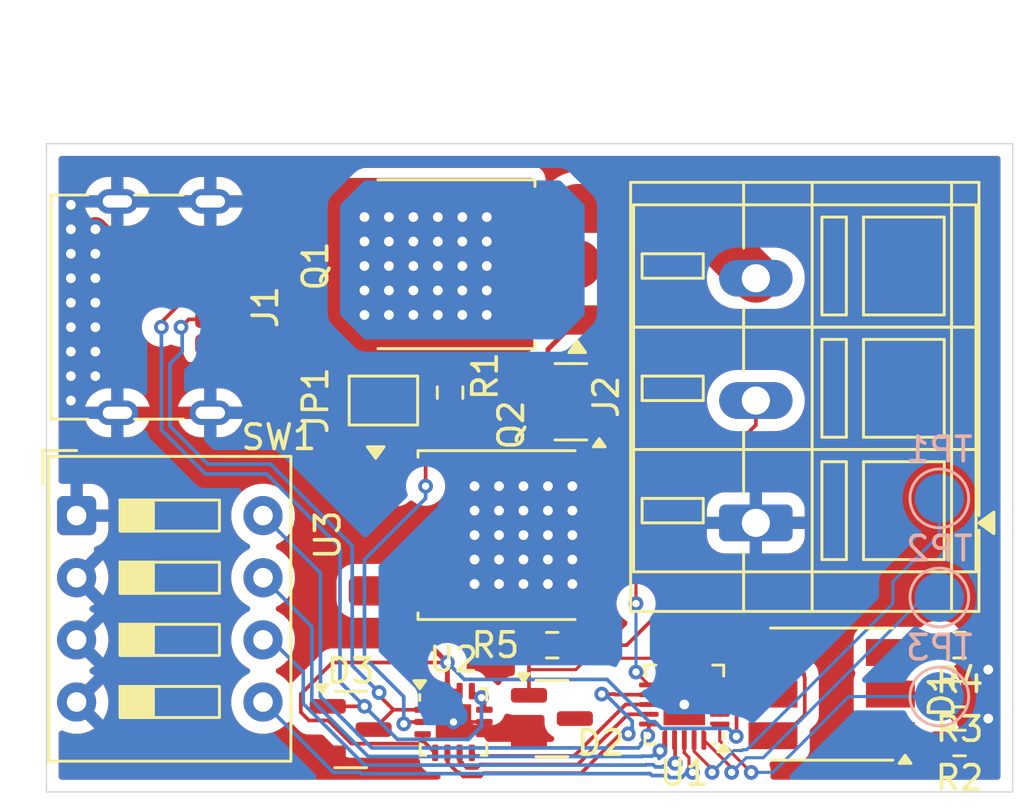
<source format=kicad_pcb>
(kicad_pcb (version 20241229) (generator "pcbnew") (generator_version "9.0")
  (layers (0 "F.Cu" signal) (2 "B.Cu" signal) (13 "F.Paste" user) (15 "B.Paste" user) (5 "F.SilkS" user "F.Silkscreen") (7 "B.SilkS" user "B.Silkscreen") (1 "F.Mask" user) (3 "B.Mask" user) (25 "Edge.Cuts" user))
  (net 0 "")
  (net 1 "/LED_G")
  (net 2 "/LED_R")
  (net 3 "Net-(D1-GK)")
  (net 4 "Net-(D1-RK)")
  (net 5 "Net-(D1-BK)")
  (net 6 "/LED_B")
  (net 7 "/ID")
  (net 8 "GND")
  (net 10 "/CC1")
  (net 11 "/CC2")
  (net 12 "VBUS")
  (net 13 "/ID_PIN")
  (net 14 "Net-(J2-Pin_3)")
  (net 15 "Net-(JP1-A)")
  (net 16 "/PWR_GATE")
  (net 17 "/PWR_EN")
  (net 18 "/S0")
  (net 19 "/S2")
  (net 20 "/S1")
  (net 21 "/S3")
  (net 22 "Net-(U1-~{RESET}{slash}PA0)")
  (net 23 "Net-(U1-PA1)")
  (net 24 "Net-(U1-PA2)")
  (net 25 "/FUSB_INT")
  (net 28 "/SDA")
  (net 29 "VCC")
  (net 31 "/SCL")
  (footprint "Package_TO_SOT_SMD:SOT-23" (layer "F.Cu") (at 108.1625 81.5)
    (property "Reference" "D2" (at 2 1 0) (layer "F.SilkS"))
    (property "Value" "5V1")
    (pad "1" smd roundrect (at -0.9375 -0.95) (size 1.475 0.6) (layers "F.Cu" "F.Mask" "F.Paste") (net 7 "/ID"))
    (pad "2" smd roundrect (at -0.9375 0.95) (size 1.475 0.6) (layers "F.Cu" "F.Mask" "F.Paste") (net 8 "GND"))
    (pad "3" smd roundrect (at 0.9375 0) (size 1.475 0.6) (layers "F.Cu" "F.Mask" "F.Paste"))
  )
  (footprint "Package_TO_SOT_SMD:SOT-23" (layer "F.Cu") (at 99.9375 81.95)
    (property "Reference" "D3" (at 0 -2.4 0) (layer "F.SilkS"))
    (property "Value" "5V1")
    (pad "1" smd roundrect (at -0.9375 -0.95) (size 1.475 0.6) (layers "F.Cu" "F.Mask" "F.Paste") (net 10 "/CC1"))
    (pad "2" smd roundrect (at -0.9375 0.95) (size 1.475 0.6) (layers "F.Cu" "F.Mask" "F.Paste") (net 8 "GND"))
    (pad "3" smd roundrect (at 0.9375 0) (size 1.475 0.6) (layers "F.Cu" "F.Mask" "F.Paste") (net 11 "/CC2"))
  )
  (footprint "Connector_USB:USB_C_Receptacle_HRO_TYPE-C-31-M-17" (layer "F.Cu") (at 91.2 64.68 -90)
    (property "Reference" "J1" (at 0 -5.25 90) (layer "F.SilkS"))
    (property "Value" "USB_C_Receptacle_PowerOnly_6P")
    (pad "A5" smd roundrect (at -0.5 -3.18 270) (size 0.7 1.6) (layers "F.Cu" "F.Mask" "F.Paste") (net 10 "/CC1"))
    (pad "A9" smd roundrect (at 1.52 -3.18 270) (size 0.8 1.6) (layers "F.Cu" "F.Mask" "F.Paste") (net 12 "VBUS"))
    (pad "A12" smd roundrect (at 2.75 -3.18 270) (size 0.9 1.6) (layers "F.Cu" "F.Mask" "F.Paste") (net 8 "GND"))
    (pad "B5" smd roundrect (at 0.5 -3.18 270) (size 0.7 1.6) (layers "F.Cu" "F.Mask" "F.Paste") (net 11 "/CC2"))
    (pad "B9" smd roundrect (at -1.52 -3.18 270) (size 0.8 1.6) (layers "F.Cu" "F.Mask" "F.Paste") (net 12 "VBUS"))
    (pad "B12" smd roundrect (at -2.75 -3.18 270) (size 0.9 1.6) (layers "F.Cu" "F.Mask" "F.Paste") (net 8 "GND"))
    (pad "S1" thru_hole oval (at -4.32 -3 270) (size 1 1.7) (drill oval 0.5 1.2) (property pad_prop_heatsink) (layers "*.Cu" "*.Mask") (net 8 "GND"))
    (pad "S1" thru_hole oval (at -4.32 0.8 270) (size 1 1.7) (drill oval 0.5 1.2) (property pad_prop_heatsink) (layers "*.Cu" "*.Mask") (net 8 "GND"))
    (pad "S1" thru_hole oval (at 4.32 -3 270) (size 1 1.7) (drill oval 0.5 1.2) (property pad_prop_heatsink) (layers "*.Cu" "*.Mask") (net 8 "GND"))
    (pad "S1" thru_hole oval (at 4.32 0.8 270) (size 1 1.7) (drill oval 0.5 1.2) (property pad_prop_heatsink) (layers "*.Cu" "*.Mask") (net 8 "GND"))
  )
  (footprint "Package_TO_SOT_SMD:TO-252-3_TabPin2" (layer "F.Cu") (at 104.16 62.9275 180)
    (property "Reference" "Q1" (at 5.66 -0.0725 90) (layer "F.SilkS"))
    (property "Value" "Q_NMOS_GDS")
    (pad "1" smd roundrect (at -5.04 -2.28 180) (size 2.2 1.2) (layers "F.Cu" "F.Mask" "F.Paste") (roundrect_rratio 0.208333) (net 16 "/PWR_GATE"))
    (pad "2" smd roundrect (at -5.04 0 180) (size 2.2 1.2) (layers "F.Cu" "F.Mask" "F.Paste") (roundrect_rratio 0.208333) (net 12 "VBUS"))
    (pad "2" smd roundrect (at 1.26 0 180) (size 6.4 5.8) (layers "F.Cu" "F.Mask") (roundrect_rratio 0.043103) (net 12 "VBUS"))
    (pad "3" smd roundrect (at -5.04 2.28 180) (size 2.2 1.2) (layers "F.Cu" "F.Mask" "F.Paste") (roundrect_rratio 0.208333) (net 14 "Net-(J2-Pin_3)"))
  )
  (footprint "Jumper:SolderJumper-2_P1.3mm_Open_TrianglePad1.0x1.5mm" (layer "F.Cu") (at 101.275 68.5 180)
    (property "Reference" "JP1" (at 2.775 0 90) (layer "F.SilkS"))
    (property "Value" "SolderJumper_2_Open")
    (pad "1" smd custom (at -0.725 0 180) (size 0.3 0.3) (layers "F.Cu" "F.Mask") (net 15 "Net-(JP1-A)") (options (clearance outline) (anchor rect)) (primitives (gr_poly (pts (xy 1 0) (xy 0.5 0.75) (xy -0.5 0.75) (xy -0.5 -0.75) (xy 0.5 -0.75)) (width 0) (fill yes))))
    (pad "2" smd custom (at 0.725 0 180) (size 0.3 0.3) (layers "F.Cu" "F.Mask") (net 12 "VBUS") (options (clearance outline) (anchor rect)) (primitives (gr_poly (pts (xy 0.5 0.75) (xy -0.65 0.75) (xy -0.15 0) (xy -0.65 -0.75) (xy 0.5 -0.75)) (width 0) (fill yes))))
  )
  (footprint "Resistor_SMD:R_0603_1608Metric" (layer "F.Cu") (at 108.175 78.5)
    (property "Reference" "R5" (at -2.325 0 0) (layer "F.SilkS"))
    (property "Value" "100")
    (pad "1" smd roundrect (at -0.825 0) (size 0.8 0.95) (layers "F.Cu" "F.Mask" "F.Paste") (net 7 "/ID"))
    (pad "2" smd roundrect (at 0.825 0) (size 0.8 0.95) (layers "F.Cu" "F.Mask" "F.Paste") (net 13 "/ID_PIN"))
  )
  (footprint "Resistor_SMD:R_0603_1608Metric" (layer "F.Cu") (at 124.825 80.5 180)
    (property "Reference" "R3" (at 0 -1.43 0) (layer "F.SilkS"))
    (property "Value" "4k7")
    (pad "1" smd roundrect (at -0.825 0 180) (size 0.8 0.95) (layers "F.Cu" "F.Mask" "F.Paste") (net 8 "GND"))
    (pad "2" smd roundrect (at 0.825 0 180) (size 0.8 0.95) (layers "F.Cu" "F.Mask" "F.Paste") (net 3 "Net-(D1-GK)"))
  )
  (footprint "Resistor_SMD:R_0603_1608Metric" (layer "F.Cu") (at 104 68.175 -90)
    (property "Reference" "R1" (at -0.675 -1.43 90) (layer "F.SilkS"))
    (property "Value" "10k")
    (pad "1" smd roundrect (at -0.825 0 270) (size 0.8 0.95) (layers "F.Cu" "F.Mask" "F.Paste") (net 12 "VBUS"))
    (pad "2" smd roundrect (at 0.825 0 270) (size 0.8 0.95) (layers "F.Cu" "F.Mask" "F.Paste") (net 16 "/PWR_GATE"))
  )
  (footprint "Resistor_SMD:R_0603_1608Metric" (layer "F.Cu") (at 124.825 78.5 180)
    (property "Reference" "R4" (at 0 -1.43 0) (layer "F.SilkS"))
    (property "Value" "4k7")
    (pad "1" smd roundrect (at -0.825 0 180) (size 0.8 0.95) (layers "F.Cu" "F.Mask" "F.Paste") (net 8 "GND"))
    (pad "2" smd roundrect (at 0.825 0 180) (size 0.8 0.95) (layers "F.Cu" "F.Mask" "F.Paste") (net 5 "Net-(D1-BK)"))
  )
  (footprint "Package_TO_SOT_SMD:SOT-23" (layer "F.Cu") (at 108.9375 68.55 180)
    (property "Reference" "Q2" (at 2.4375 -0.95 90) (layer "F.SilkS"))
    (property "Value" "Q_NPN_BEC")
    (pad "1" smd roundrect (at -0.9375 -0.95 180) (size 1.475 0.6) (layers "F.Cu" "F.Mask" "F.Paste") (net 17 "/PWR_EN"))
    (pad "2" smd roundrect (at -0.9375 0.95 180) (size 1.475 0.6) (layers "F.Cu" "F.Mask" "F.Paste") (net 8 "GND"))
    (pad "3" smd roundrect (at 0.9375 0 180) (size 1.475 0.6) (layers "F.Cu" "F.Mask" "F.Paste") (net 16 "/PWR_GATE"))
  )
  (footprint "Resistor_SMD:R_0603_1608Metric" (layer "F.Cu") (at 124.825 82.5 180)
    (property "Reference" "R2" (at 0 -1.43 0) (layer "F.SilkS"))
    (property "Value" "4k7")
    (pad "1" smd roundrect (at -0.825 0 180) (size 0.8 0.95) (layers "F.Cu" "F.Mask" "F.Paste") (net 8 "GND"))
    (pad "2" smd roundrect (at 0.825 0 180) (size 0.8 0.95) (layers "F.Cu" "F.Mask" "F.Paste") (net 4 "Net-(D1-RK)"))
  )
  (footprint "Package_DFN_QFN:WQFN-14-1EP_2.5x2.5mm_P0.5mm_EP1.45x1.45mm" (layer "F.Cu") (at 104.14 81.64)
    (property "Reference" "U2" (at 0 -2.55 0) (layer "F.SilkS"))
    (property "Value" "FUSB302BMPX")
    (pad "1" smd roundrect (at -1.2625 -0.5) (size 0.675 0.25) (layers "F.Cu" "F.Mask" "F.Paste") (net 11 "/CC2"))
    (pad "2" smd roundrect (at -1.2625 0) (size 0.675 0.25) (layers "F.Cu" "F.Mask" "F.Paste") (net 15 "Net-(JP1-A)"))
    (pad "3" smd roundrect (at -1.2625 0.5) (size 0.675 0.25) (layers "F.Cu" "F.Mask" "F.Paste") (net 29 "VCC"))
    (pad "4" smd roundrect (at -0.75 1.2625) (size 0.25 0.675) (layers "F.Cu" "F.Mask" "F.Paste") (net 29 "VCC"))
    (pad "5" smd roundrect (at -0.25 1.2625) (size 0.25 0.675) (layers "F.Cu" "F.Mask" "F.Paste") (net 25 "/FUSB_INT"))
    (pad "6" smd roundrect (at 0.25 1.2625) (size 0.25 0.675) (layers "F.Cu" "F.Mask" "F.Paste") (net 31 "/SCL"))
    (pad "7" smd roundrect (at 0.75 1.2625) (size 0.25 0.675) (layers "F.Cu" "F.Mask" "F.Paste") (net 28 "/SDA"))
    (pad "8" smd roundrect (at 1.2625 0.5) (size 0.675 0.25) (layers "F.Cu" "F.Mask" "F.Paste") (net 8 "GND"))
    (pad "9" smd roundrect (at 1.2625 0) (size 0.675 0.25) (layers "F.Cu" "F.Mask" "F.Paste") (net 8 "GND"))
    (pad "10" smd roundrect (at 1.2625 -0.5) (size 0.675 0.25) (layers "F.Cu" "F.Mask" "F.Paste") (net 10 "/CC1"))
    (pad "11" smd roundrect (at 0.75 -1.2625) (size 0.25 0.675) (layers "F.Cu" "F.Mask" "F.Paste") (net 10 "/CC1"))
    (pad "12" smd roundrect (at 0.25 -1.2625) (size 0.25 0.675) (layers "F.Cu" "F.Mask" "F.Paste") (net 29 "VCC"))
    (pad "13" smd roundrect (at -0.25 -1.2625) (size 0.25 0.675) (layers "F.Cu" "F.Mask" "F.Paste") (net 29 "VCC"))
    (pad "14" smd roundrect (at -0.75 -1.2625) (size 0.25 0.675) (layers "F.Cu" "F.Mask" "F.Paste") (net 11 "/CC2"))
    (pad "15" smd rect (at 0 0) (size 1.45 1.45) (property pad_prop_heatsink) (layers "F.Cu" "F.Mask") (net 8 "GND"))
  )
  (footprint "Button_Switch_THT:SW_DIP_SPSTx04_Slide_9.78x12.34mm_W7.62mm_P2.54mm" (layer "F.Cu") (at 88.7325 73.2025)
    (property "Reference" "SW1" (at 8.2675 -3.2025 0) (layer "F.SilkS"))
    (property "Value" "SW_DIP_x04")
    (pad "1" thru_hole roundrect (at 0 0) (size 1.6 1.6) (drill 0.8) (layers "*.Cu" "*.Mask") (roundrect_rratio 0.15625) (net 8 "GND"))
    (pad "2" thru_hole circle (at 0 2.54) (size 1.6 1.6) (drill 0.8) (layers "*.Cu" "*.Mask") (net 8 "GND"))
    (pad "3" thru_hole circle (at 0 5.08) (size 1.6 1.6) (drill 0.8) (layers "*.Cu" "*.Mask") (net 8 "GND"))
    (pad "4" thru_hole circle (at 0 7.62) (size 1.6 1.6) (drill 0.8) (layers "*.Cu" "*.Mask") (net 8 "GND"))
    (pad "5" thru_hole circle (at 7.62 7.62) (size 1.6 1.6) (drill 0.8) (layers "*.Cu" "*.Mask") (net 21 "/S3"))
    (pad "6" thru_hole circle (at 7.62 5.08) (size 1.6 1.6) (drill 0.8) (layers "*.Cu" "*.Mask") (net 19 "/S2"))
    (pad "7" thru_hole circle (at 7.62 2.54) (size 1.6 1.6) (drill 0.8) (layers "*.Cu" "*.Mask") (net 20 "/S1"))
    (pad "8" thru_hole circle (at 7.62 0) (size 1.6 1.6) (drill 0.8) (layers "*.Cu" "*.Mask") (net 18 "/S0"))
  )
  (footprint "TerminalBlock_WAGO:TerminalBlock_WAGO_236-103_1x03_P5.00mm_45Degree" (layer "F.Cu") (at 116.5 73.5 90)
    (property "Reference" "J2" (at 5.15 -6.12 90) (layer "F.SilkS"))
    (property "Value" "DELL_Charger")
    (pad "1" thru_hole roundrect (at 0 0 90) (size 1.5 3) (drill 1.15) (layers "*.Cu" "*.Mask") (roundrect_rratio 0.166667) (net 8 "GND"))
    (pad "2" thru_hole oval (at 5 0 90) (size 1.5 3) (drill 1.15) (layers "*.Cu" "*.Mask") (net 13 "/ID_PIN"))
    (pad "3" thru_hole oval (at 10 0 90) (size 1.5 3) (drill 1.15) (layers "*.Cu" "*.Mask") (net 14 "Net-(J2-Pin_3)"))
  )
  (footprint "Package_TO_SOT_SMD:TO-252-3_TabPin2" (layer "F.Cu") (at 106 74)
    (property "Reference" "U3" (at -7 0 90) (layer "F.SilkS"))
    (property "Value" "L7805")
    (pad "1" smd roundrect (at -5.04 -2.28) (size 2.2 1.2) (layers "F.Cu" "F.Mask" "F.Paste") (roundrect_rratio 0.208333) (net 12 "VBUS"))
    (pad "2" smd roundrect (at -5.04 0) (size 2.2 1.2) (layers "F.Cu" "F.Mask" "F.Paste") (roundrect_rratio 0.208333) (net 8 "GND"))
    (pad "2" smd roundrect (at 1.26 0) (size 6.4 5.8) (layers "F.Cu" "F.Mask") (roundrect_rratio 0.043103) (net 8 "GND"))
    (pad "3" smd roundrect (at -5.04 2.28) (size 2.2 1.2) (layers "F.Cu" "F.Mask" "F.Paste") (roundrect_rratio 0.208333) (net 29 "VCC"))
  )
  (footprint "LED_SMD:LED_RGB_5050-6" (layer "F.Cu") (at 119.6 80.5 180)
    (property "Reference" "D1" (at -4.5 0 90) (layer "F.SilkS"))
    (property "Value" "LED_RGB")
    (pad "1" smd rect (at -2.4 -1.7 270) (size 1.1 2) (layers "F.Cu" "F.Mask" "F.Paste") (net 4 "Net-(D1-RK)"))
    (pad "2" smd rect (at -2.4 0 270) (size 1.1 2) (layers "F.Cu" "F.Mask" "F.Paste") (net 3 "Net-(D1-GK)"))
    (pad "3" smd rect (at -2.4 1.7 270) (size 1.1 2) (layers "F.Cu" "F.Mask" "F.Paste") (net 5 "Net-(D1-BK)"))
    (pad "4" smd rect (at 2.4 1.7 270) (size 1.1 2) (layers "F.Cu" "F.Mask" "F.Paste") (net 6 "/LED_B"))
    (pad "5" smd rect (at 2.4 0 270) (size 1.1 2) (layers "F.Cu" "F.Mask" "F.Paste") (net 1 "/LED_G"))
    (pad "6" smd rect (at 2.4 -1.7 270) (size 1.1 2) (layers "F.Cu" "F.Mask" "F.Paste") (net 2 "/LED_R"))
  )
  (footprint "Package_DFN_QFN:VQFN-20-1EP_3x3mm_P0.4mm_EP1.7x1.7mm" (layer "F.Cu") (at 113.575 80.925 180)
    (property "Reference" "U1" (at 0 -2.8 0) (layer "F.SilkS"))
    (property "Value" "ATtiny1616-M")
    (pad "1" smd custom (at -1.45 -0.8 180) (size 0.143431 0.143431) (layers "F.Cu" "F.Mask" "F.Paste") (net 24 "Net-(U1-PA2)") (options (clearance outline) (anchor circle)) (primitives (gr_poly (pts (xy -0.35 -0.05) (xy 0.299289 -0.05) (xy 0.35 0.000711) (xy 0.35 0.05) (xy -0.35 0.05)) (width 0.1) (fill yes))))
    (pad "2" smd roundrect (at -1.45 -0.4 180) (size 0.8 0.2) (layers "F.Cu" "F.Mask" "F.Paste"))
    (pad "3" smd roundrect (at -1.45 0 180) (size 0.8 0.2) (layers "F.Cu" "F.Mask" "F.Paste") (net 8 "GND"))
    (pad "4" smd roundrect (at -1.45 0.4 180) (size 0.8 0.2) (layers "F.Cu" "F.Mask" "F.Paste") (net 29 "VCC"))
    (pad "5" smd custom (at -1.45 0.8 180) (size 0.143431 0.143431) (layers "F.Cu" "F.Mask" "F.Paste") (options (clearance outline) (anchor circle)) (primitives (gr_poly (pts (xy -0.35 -0.05) (xy 0.35 -0.05) (xy 0.35 -0.000711) (xy 0.299289 0.05) (xy -0.35 0.05)) (width 0.1) (fill yes))))
    (pad "6" smd custom (at -0.8 1.45 180) (size 0.143431 0.143431) (layers "F.Cu" "F.Mask" "F.Paste") (net 1 "/LED_G") (options (clearance outline) (anchor circle)) (primitives (gr_poly (pts (xy -0.05 -0.299289) (xy 0.000711 -0.35) (xy 0.05 -0.35) (xy 0.05 0.35) (xy -0.05 0.35)) (width 0.1) (fill yes))))
    (pad "7" smd roundrect (at -0.4 1.45 180) (size 0.2 0.8) (layers "F.Cu" "F.Mask" "F.Paste") (net 2 "/LED_R"))
    (pad "8" smd roundrect (at 0 1.45 180) (size 0.2 0.8) (layers "F.Cu" "F.Mask" "F.Paste") (net 6 "/LED_B"))
    (pad "9" smd roundrect (at 0.4 1.45 180) (size 0.2 0.8) (layers "F.Cu" "F.Mask" "F.Paste"))
    (pad "10" smd custom (at 0.8 1.45 180) (size 0.143431 0.143431) (layers "F.Cu" "F.Mask" "F.Paste") (net 7 "/ID") (options (clearance outline) (anchor circle)) (primitives (gr_poly (pts (xy -0.05 -0.35) (xy -0.000711 -0.35) (xy 0.05 -0.299289) (xy 0.05 0.35) (xy -0.05 0.35)) (width 0.1) (fill yes))))
    (pad "11" smd custom (at 1.45 0.8 180) (size 0.143431 0.143431) (layers "F.Cu" "F.Mask" "F.Paste") (net 17 "/PWR_EN") (options (clearance outline) (anchor circle)) (primitives (gr_poly (pts (xy -0.35 -0.05) (xy 0.35 -0.05) (xy 0.35 0.05) (xy -0.299289 0.05) (xy -0.35 -0.000711)) (width 0.1) (fill yes))))
    (pad "12" smd roundrect (at 1.45 0.4 180) (size 0.8 0.2) (layers "F.Cu" "F.Mask" "F.Paste") (net 25 "/FUSB_INT"))
    (pad "13" smd roundrect (at 1.45 0 180) (size 0.8 0.2) (layers "F.Cu" "F.Mask" "F.Paste") (net 28 "/SDA"))
    (pad "14" smd roundrect (at 1.45 -0.4 180) (size 0.8 0.2) (layers "F.Cu" "F.Mask" "F.Paste") (net 31 "/SCL"))
    (pad "15" smd custom (at 1.45 -0.8 180) (size 0.143431 0.143431) (layers "F.Cu" "F.Mask" "F.Paste") (net 18 "/S0") (options (clearance outline) (anchor circle)) (primitives (gr_poly (pts (xy -0.35 0.000711) (xy -0.299289 -0.05) (xy 0.35 -0.05) (xy 0.35 0.05) (xy -0.35 0.05)) (width 0.1) (fill yes))))
    (pad "16" smd custom (at 0.8 -1.45 180) (size 0.143431 0.143431) (layers "F.Cu" "F.Mask" "F.Paste") (net 20 "/S1") (options (clearance outline) (anchor circle)) (primitives (gr_poly (pts (xy -0.05 -0.35) (xy 0.05 -0.35) (xy 0.05 0.299289) (xy -0.000711 0.35) (xy -0.05 0.35)) (width 0.1) (fill yes))))
    (pad "17" smd roundrect (at 0.4 -1.45 180) (size 0.2 0.8) (layers "F.Cu" "F.Mask" "F.Paste") (net 19 "/S2"))
    (pad "18" smd roundrect (at 0 -1.45 180) (size 0.2 0.8) (layers "F.Cu" "F.Mask" "F.Paste") (net 21 "/S3"))
    (pad "19" smd roundrect (at -0.4 -1.45 180) (size 0.2 0.8) (layers "F.Cu" "F.Mask" "F.Paste") (net 22 "Net-(U1-~{RESET}{slash}PA0)"))
    (pad "20" smd custom (at -0.8 -1.45 180) (size 0.143431 0.143431) (layers "F.Cu" "F.Mask" "F.Paste") (net 23 "Net-(U1-PA1)") (options (clearance outline) (anchor circle)) (primitives (gr_poly (pts (xy -0.05 -0.35) (xy 0.05 -0.35) (xy 0.05 0.35) (xy 0.000711 0.35) (xy -0.05 0.299289)) (width 0.1) (fill yes))))
    (pad "21" smd rect (at 0 0 180) (size 1.7 1.7) (property pad_prop_heatsink) (layers "F.Cu" "F.Mask") (net 8 "GND"))
  )
  (footprint "TestPoint:TestPoint_Pad_D2.0mm" (layer "B.Cu") (at 124 72.5 180)
    (property "Reference" "TP1" (at 0 1.998 0) (layer "B.SilkS") (effects (justify mirror)))
    (property "Value" "PROG")
    (pad "1" smd circle (at 0 0 180) (size 2 2) (layers "B.Cu" "B.Mask") (net 22 "Net-(U1-~{RESET}{slash}PA0)"))
  )
  (footprint "TestPoint:TestPoint_Pad_D2.0mm" (layer "B.Cu") (at 124 80.6 180)
    (property "Reference" "TP3" (at 0 1.998 0) (layer "B.SilkS") (effects (justify mirror)))
    (property "Value" "RX")
    (pad "1" smd circle (at 0 0 180) (size 2 2) (layers "B.Cu" "B.Mask") (net 24 "Net-(U1-PA2)"))
  )
  (footprint "TestPoint:TestPoint_Pad_D2.0mm" (layer "B.Cu") (at 124 76.55 180)
    (property "Reference" "TP2" (at 0 1.998 0) (layer "B.SilkS") (effects (justify mirror)))
    (property "Value" "TX")
    (pad "1" smd circle (at 0 0 180) (size 2 2) (layers "B.Cu" "B.Mask") (net 23 "Net-(U1-PA1)"))
  )
  (gr_rect (start 87.5 58) (end 127 84.5) (stroke (width 0.05)) (fill no) (layer "Edge.Cuts"))
  (segment (start 117.2 80.5) (end 116.274638 80.5) (width 0.15) (layer "F.Cu") (net 1))
  (segment (start 115.249638 79.475) (end 114.375 79.475) (width 0.15) (layer "F.Cu") (net 1))
  (segment (start 116.274638 80.5) (end 115.249638 79.475) (width 0.15) (layer "F.Cu") (net 1))
  (segment (start 114.186362 78.789) (end 115 78.789) (width 0.15) (layer "F.Cu") (net 2))
  (segment (start 115.395027 79.124) (end 115.673026 79.402) (width 0.15) (layer "F.Cu") (net 2))
  (segment (start 118.5 81.35) (end 117.65 82.2) (width 0.15) (layer "F.Cu") (net 2))
  (segment (start 115.972 79.674) (end 118.476 79.674) (width 0.15) (layer "F.Cu") (net 2))
  (segment (start 115.673026 79.402) (end 115.7 79.402) (width 0.15) (layer "F.Cu") (net 2))
  (segment (start 115.7 79.402) (end 115.972 79.674) (width 0.15) (layer "F.Cu") (net 2))
  (segment (start 115 78.789) (end 115.335 79.124) (width 0.15) (layer "F.Cu") (net 2))
  (segment (start 118.476 79.776) (end 118.5 79.8) (width 0.15) (layer "F.Cu") (net 2))
  (segment (start 117.65 82.2) (end 117.2 82.2) (width 0.15) (layer "F.Cu") (net 2))
  (segment (start 115.335 79.124) (end 115.395027 79.124) (width 0.15) (layer "F.Cu") (net 2))
  (segment (start 118.476 79.674) (end 118.476 79.776) (width 0.15) (layer "F.Cu") (net 2))
  (segment (start 118.5 79.8) (end 118.5 81.35) (width 0.15) (layer "F.Cu") (net 2))
  (segment (start 113.975 79.475) (end 113.975 79.000362) (width 0.15) (layer "F.Cu") (net 2))
  (segment (start 113.975 79.000362) (end 114.186362 78.789) (width 0.15) (layer "F.Cu") (net 2))
  (segment (start 121.9 80.5) (end 124 80.5) (width 0.2) (layer "F.Cu") (net 3))
  (segment (start 121.9 82.2) (end 123.7 82.2) (width 0.2) (layer "F.Cu") (net 4))
  (segment (start 123.7 82.2) (end 124 82.5) (width 0.2) (layer "F.Cu") (net 4))
  (segment (start 121.9 78.8) (end 123.7 78.8) (width 0.2) (layer "F.Cu") (net 5))
  (segment (start 123.7 78.8) (end 124 78.5) (width 0.2) (layer "F.Cu") (net 5))
  (segment (start 116.3 78) (end 117.1 78.8) (width 0.15) (layer "F.Cu") (net 6))
  (segment (start 114 78) (end 116.3 78) (width 0.15) (layer "F.Cu") (net 6))
  (segment (start 113.575 79.475) (end 113.575 78.425) (width 0.15) (layer "F.Cu") (net 6))
  (segment (start 113.575 78.425) (end 114 78) (width 0.15) (layer "F.Cu") (net 6))
  (segment (start 112.775 79.475) (end 112.3355 79.0355) (width 0.127) (layer "F.Cu") (net 7))
  (segment (start 107.225 79.5) (end 107.225 78.625) (width 0.15) (layer "F.Cu") (net 7))
  (segment (start 109.137444 79.5) (end 107.225 79.5) (width 0.127) (layer "F.Cu") (net 7))
  (segment (start 107.225 78.625) (end 107.35 78.5) (width 0.15) (layer "F.Cu") (net 7))
  (segment (start 107.225 80.55) (end 107.225 79.5) (width 0.15) (layer "F.Cu") (net 7))
  (segment (start 112.3355 79.0355) (end 109.601944 79.0355) (width 0.127) (layer "F.Cu") (net 7))
  (segment (start 109.601944 79.0355) (end 109.137444 79.5) (width 0.127) (layer "F.Cu") (net 7))
  (segment (start 105.3625 82.1) (end 105.4025 82.14) (width 0.15) (layer "F.Cu") (net 8))
  (segment (start 115.025 80.925) (end 113.575 80.925) (width 0.15) (layer "F.Cu") (net 8))
  (segment (start 104.6 82.1) (end 105.3625 82.1) (width 0.15) (layer "F.Cu") (net 8))
  (segment (start 89.93 61.93) (end 89.5 61.5) (width 1) (layer "F.Cu") (net 8))
  (segment (start 104.14 81.64) (end 104.6 82.1) (width 0.15) (layer "F.Cu") (net 8))
  (segment (start 89.57 67.43) (end 89.5 67.5) (width 1) (layer "F.Cu") (net 8))
  (segment (start 104.14 81.64) (end 105.4025 81.64) (width 0.15) (layer "F.Cu") (net 8))
  (segment (start 94.38 61.93) (end 89.93 61.93) (width 1) (layer "F.Cu") (net 8))
  (segment (start 94.38 67.43) (end 89.57 67.43) (width 1) (layer "F.Cu") (net 8))
  (via (at 126 81.5) (size 0.8) (drill 0.4) (layers "F.Cu" "B.Cu") (net 8))
  (via (at 88.5 67.5) (size 0.8) (drill 0.4) (layers "F.Cu" "B.Cu") (net 8))
  (via (at 88.5 68.5) (size 0.8) (drill 0.4) (layers "F.Cu" "B.Cu") (net 8))
  (via (at 104.14 81.64) (size 0.6) (drill 0.3) (layers "F.Cu" "B.Cu") (net 8))
  (via (at 89.5 66.5) (size 0.8) (drill 0.4) (layers "F.Cu" "B.Cu") (net 8))
  (via (at 89.5 65.5) (size 0.8) (drill 0.4) (layers "F.Cu" "B.Cu") (net 8))
  (via (at 106 75) (size 0.8) (drill 0.4) (layers "F.Cu" "B.Cu") (net 8))
  (via (at 106 72) (size 0.8) (drill 0.4) (layers "F.Cu" "B.Cu") (net 8))
  (via (at 106 76) (size 0.8) (drill 0.4) (layers "F.Cu" "B.Cu") (net 8))
  (via (at 109 76) (size 0.8) (drill 0.4) (layers "F.Cu" "B.Cu") (net 8))
  (via (at 106 73) (size 0.8) (drill 0.4) (layers "F.Cu" "B.Cu") (net 8))
  (via (at 108 76) (size 0.8) (drill 0.4) (layers "F.Cu" "B.Cu") (net 8))
  (via (at 108 74) (size 0.8) (drill 0.4) (layers "F.Cu" "B.Cu") (net 8))
  (via (at 108 73) (size 0.8) (drill 0.4) (layers "F.Cu" "B.Cu") (net 8))
  (via (at 105 76) (size 0.8) (drill 0.4) (layers "F.Cu" "B.Cu") (net 8))
  (via (at 89.5 64.5) (size 0.8) (drill 0.4) (layers "F.Cu" "B.Cu") (net 8))
  (via (at 89.5 62.5) (size 0.8) (drill 0.4) (layers "F.Cu" "B.Cu") (net 8))
  (via (at 105 73) (size 0.8) (drill 0.4) (layers "F.Cu" "B.Cu") (net 8))
  (via (at 107 76) (size 0.8) (drill 0.4) (layers "F.Cu" "B.Cu") (net 8))
  (via (at 88.5 66.5) (size 0.8) (drill 0.4) (layers "F.Cu" "B.Cu") (net 8))
  (via (at 108 75) (size 0.8) (drill 0.4) (layers "F.Cu" "B.Cu") (net 8))
  (via (at 109 74) (size 0.8) (drill 0.4) (layers "F.Cu" "B.Cu") (net 8))
  (via (at 106 74) (size 0.8) (drill 0.4) (layers "F.Cu" "B.Cu") (net 8))
  (via (at 107 72) (size 0.8) (drill 0.4) (layers "F.Cu" "B.Cu") (net 8))
  (via (at 88.5 63.5) (size 0.8) (drill 0.4) (layers "F.Cu" "B.Cu") (net 8))
  (via (at 89.5 67.5) (size 0.8) (drill 0.4) (layers "F.Cu" "B.Cu") (net 8))
  (via (at 88.5 64.5) (size 0.8) (drill 0.4) (layers "F.Cu" "B.Cu") (net 8))
  (via (at 107 73) (size 0.8) (drill 0.4) (layers "F.Cu" "B.Cu") (net 8))
  (via (at 88.5 65.5) (size 0.8) (drill 0.4) (layers "F.Cu" "B.Cu") (net 8))
  (via (at 89.5 61.5) (size 0.8) (drill 0.4) (layers "F.Cu" "B.Cu") (net 8))
  (via (at 107 74) (size 0.8) (drill 0.4) (layers "F.Cu" "B.Cu") (net 8))
  (via (at 88.5 60.5) (size 0.8) (drill 0.4) (layers "F.Cu" "B.Cu") (net 8))
  (via (at 107 75) (size 0.8) (drill 0.4) (layers "F.Cu" "B.Cu") (net 8))
  (via (at 88.5 62.5) (size 0.8) (drill 0.4) (layers "F.Cu" "B.Cu") (net 8))
  (via (at 126 79.5) (size 0.8) (drill 0.4) (layers "F.Cu" "B.Cu") (net 8))
  (via (at 89.5 63.5) (size 0.8) (drill 0.4) (layers "F.Cu" "B.Cu") (net 8))
  (via (at 108 72) (size 0.8) (drill 0.4) (layers "F.Cu" "B.Cu") (net 8))
  (via (at 109 75) (size 0.8) (drill 0.4) (layers "F.Cu" "B.Cu") (net 8))
  (via (at 105 74) (size 0.8) (drill 0.4) (layers "F.Cu" "B.Cu") (net 8))
  (via (at 105 72) (size 0.8) (drill 0.4) (layers "F.Cu" "B.Cu") (net 8))
  (via (at 109 73) (size 0.8) (drill 0.4) (layers "F.Cu" "B.Cu") (net 8))
  (via (at 88.5 61.5) (size 0.8) (drill 0.4) (layers "F.Cu" "B.Cu") (net 8))
  (via (at 109 72) (size 0.8) (drill 0.4) (layers "F.Cu" "B.Cu") (net 8))
  (via (at 113.575 80.925) (size 0.8) (drill 0.4) (layers "F.Cu" "B.Cu") (net 8))
  (via (at 105 75) (size 0.8) (drill 0.4) (layers "F.Cu" "B.Cu") (net 8))
  (segment (start 92.199997 65.300003) (end 92.199997 65.5) (width 0.15) (layer "F.Cu") (net 10))
  (segment (start 105.4025 81.14) (end 105.4025 80.89) (width 0.15) (layer "F.Cu") (net 10))
  (segment (start 99 81) (end 100.5 81) (width 0.15) (layer "F.Cu") (net 10))
  (segment (start 94.38 64.18) (end 93.32 64.18) (width 0.15) (layer "F.Cu") (net 10))
  (segment (start 105.4025 80.89) (end 104.89 80.3775) (width 0.15) (layer "F.Cu") (net 10))
  (segment (start 93.32 64.18) (end 92.199997 65.300003) (width 0.15) (layer "F.Cu") (net 10))
  (via (at 105.284539 80.642991) (size 0.6) (drill 0.3) (layers "F.Cu" "B.Cu") (net 10))
  (via (at 92.199997 65.5) (size 0.6) (drill 0.3) (layers "F.Cu" "B.Cu") (net 10))
  (via (at 100.5 81) (size 0.6) (drill 0.3) (layers "F.Cu" "B.Cu") (net 10))
  (segment (start 104.751 82.349) (end 105.284539 81.815461) (width 0.15) (layer "B.Cu") (net 10))
  (segment (start 96.5 71.5) (end 99.5 74.5) (width 0.15) (layer "B.Cu") (net 10))
  (segment (start 92.199997 69.699997) (end 94 71.5) (width 0.15) (layer "B.Cu") (net 10))
  (segment (start 101.849 82.349) (end 104.751 82.349) (width 0.15) (layer "B.Cu") (net 10))
  (segment (start 99.5 80) (end 100.5 81) (width 0.15) (layer "B.Cu") (net 10))
  (segment (start 100.5 81) (end 101.849 82.349) (width 0.15) (layer "B.Cu") (net 10))
  (segment (start 105.284539 81.815461) (end 105.284539 80.642991) (width 0.15) (layer "B.Cu") (net 10))
  (segment (start 94 71.5) (end 96.5 71.5) (width 0.15) (layer "B.Cu") (net 10))
  (segment (start 92.199997 65.5) (end 92.199997 69.699997) (width 0.15) (layer "B.Cu") (net 10))
  (segment (start 99.5 74.5) (end 99.5 80) (width 0.15) (layer "B.Cu") (net 10))
  (segment (start 94.38 65.18) (end 93.32 65.18) (width 0.15) (layer "F.Cu") (net 11))
  (segment (start 102.8775 81.14) (end 102.8775 80.89) (width 0.15) (layer "F.Cu") (net 11))
  (segment (start 100.875 81.95) (end 101.685 81.14) (width 0.15) (layer "F.Cu") (net 11))
  (segment (start 102.8775 80.89) (end 103.39 80.3775) (width 0.15) (layer "F.Cu") (net 11))
  (segment (start 101.1 80.555) (end 101.685 81.14) (width 0.15) (layer "F.Cu") (net 11))
  (segment (start 93.32 65.18) (end 93 65.5) (width 0.15) (layer "F.Cu") (net 11))
  (segment (start 101.685 81.14) (end 102.8775 81.14) (width 0.15) (layer "F.Cu") (net 11))
  (segment (start 101.1 80.434313) (end 101.1 80.555) (width 0.15) (layer "F.Cu") (net 11))
  (via (at 101.1 80.434313) (size 0.6) (drill 0.3) (layers "F.Cu" "B.Cu") (net 11))
  (via (at 93 65.5) (size 0.6) (drill 0.3) (layers "F.Cu" "B.Cu") (net 11))
  (segment (start 93.049 65.549) (end 93.049 66.5) (width 0.15) (layer "B.Cu") (net 11))
  (segment (start 92.550997 66.998003) (end 92.550997 69.550997) (width 0.15) (layer "B.Cu") (net 11))
  (segment (start 92.550997 69.550997) (end 94.099 71.099) (width 0.15) (layer "B.Cu") (net 11))
  (segment (start 93.049 66.5) (end 92.550997 66.998003) (width 0.15) (layer "B.Cu") (net 11))
  (segment (start 100 79.334313) (end 101.1 80.434313) (width 0.15) (layer "B.Cu") (net 11))
  (segment (start 94.099 71.099) (end 96.6661 71.099) (width 0.15) (layer "B.Cu") (net 11))
  (segment (start 100 74.4329) (end 100 79.334313) (width 0.15) (layer "B.Cu") (net 11))
  (segment (start 93 65.5) (end 93.049 65.549) (width 0.15) (layer "B.Cu") (net 11))
  (segment (start 96.6661 71.099) (end 100 74.4329) (width 0.15) (layer "B.Cu") (net 11))
  (segment (start 100.96 71.72) (end 99.6 70.36) (width 1) (layer "F.Cu") (net 12))
  (segment (start 99.6 66.2275) (end 102.9 62.9275) (width 1) (layer "F.Cu") (net 12))
  (segment (start 109.2 62.9275) (end 102.9 62.9275) (width 2) (layer "F.Cu") (net 12))
  (segment (start 99.6 70.36) (end 99.6 66.2275) (width 1) (layer "F.Cu") (net 12))
  (via (at 101.5 65) (size 0.8) (drill 0.4) (layers "F.Cu" "B.Cu") (net 12))
  (via (at 103.5 61) (size 0.8) (drill 0.4) (layers "F.Cu" "B.Cu") (net 12))
  (via (at 105.5 63) (size 0.8) (drill 0.4) (layers "F.Cu" "B.Cu") (net 12))
  (via (at 105.5 65) (size 0.8) (drill 0.4) (layers "F.Cu" "B.Cu") (net 12))
  (via (at 104.5 63) (size 0.8) (drill 0.4) (layers "F.Cu" "B.Cu") (net 12))
  (via (at 101.5 64) (size 0.8) (drill 0.4) (layers "F.Cu" "B.Cu") (net 12))
  (via (at 100.5 62) (size 0.8) (drill 0.4) (layers "F.Cu" "B.Cu") (net 12))
  (via (at 101.5 63) (size 0.8) (drill 0.4) (layers "F.Cu" "B.Cu") (net 12))
  (via (at 101.5 61) (size 0.8) (drill 0.4) (layers "F.Cu" "B.Cu") (net 12))
  (via (at 101.5 62) (size 0.8) (drill 0.4) (layers "F.Cu" "B.Cu") (net 12))
  (via (at 100.5 61) (size 0.8) (drill 0.4) (layers "F.Cu" "B.Cu") (net 12))
  (via (at 100.5 63) (size 0.8) (drill 0.4) (layers "F.Cu" "B.Cu") (net 12))
  (via (at 102.5 62) (size 0.8) (drill 0.4) (layers "F.Cu" "B.Cu") (net 12))
  (via (at 104.5 61) (size 0.8) (drill 0.4) (layers "F.Cu" "B.Cu") (net 12))
  (via (at 103.5 65) (size 0.8) (drill 0.4) (layers "F.Cu" "B.Cu") (net 12))
  (via (at 103.5 63) (size 0.8) (drill 0.4) (layers "F.Cu" "B.Cu") (net 12))
  (via (at 105.5 61) (size 0.8) (drill 0.4) (layers "F.Cu" "B.Cu") (net 12))
  (via (at 102.5 65) (size 0.8) (drill 0.4) (layers "F.Cu" "B.Cu") (net 12))
  (via (at 105.5 64) (size 0.8) (drill 0.4) (layers "F.Cu" "B.Cu") (net 12))
  (via (at 104.5 64) (size 0.8) (drill 0.4) (layers "F.Cu" "B.Cu") (net 12))
  (via (at 103.5 62) (size 0.8) (drill 0.4) (layers "F.Cu" "B.Cu") (net 12))
  (via (at 102.5 64) (size 0.8) (drill 0.4) (layers "F.Cu" "B.Cu") (net 12))
  (via (at 102.5 61) (size 0.8) (drill 0.4) (layers "F.Cu" "B.Cu") (net 12))
  (via (at 104.5 62) (size 0.8) (drill 0.4) (layers "F.Cu" "B.Cu") (net 12))
  (via (at 103.5 64) (size 0.8) (drill 0.4) (layers "F.Cu" "B.Cu") (net 12))
  (via (at 100.5 65) (size 0.8) (drill 0.4) (layers "F.Cu" "B.Cu") (net 12))
  (via (at 100.5 64) (size 0.8) (drill 0.4) (layers "F.Cu" "B.Cu") (net 12))
  (via (at 102.5 63) (size 0.8) (drill 0.4) (layers "F.Cu" "B.Cu") (net 12))
  (via (at 105.5 62) (size 0.8) (drill 0.4) (layers "F.Cu" "B.Cu") (net 12))
  (via (at 104.5 65) (size 0.8) (drill 0.4) (layers "F.Cu" "B.Cu") (net 12))
  (segment (start 114 72) (end 116.5 69.5) (width 0.15) (layer "F.Cu") (net 13))
  (segment (start 109 78.5) (end 111.216666 78.5) (width 0.15) (layer "F.Cu") (net 13))
  (segment (start 116.5 69.5) (end 116.5 68.5) (width 0.15) (layer "F.Cu") (net 13))
  (segment (start 111.216666 78.5) (end 114 75.716666) (width 0.15) (layer "F.Cu") (net 13))
  (segment (start 114 75.716666) (end 114 72) (width 0.15) (layer "F.Cu") (net 13))
  (segment (start 113.6475 60.6475) (end 116.5 63.5) (width 2) (layer "F.Cu") (net 14))
  (segment (start 109.2 60.6475) (end 113.6475 60.6475) (width 2) (layer "F.Cu") (net 14))
  (segment (start 103 72) (end 103 70) (width 0.15) (layer "F.Cu") (net 15))
  (segment (start 102 69) (end 102 68.5) (width 0.15) (layer "F.Cu") (net 15))
  (segment (start 102.182543 81.64) (end 102.107543 81.715) (width 0.15) (layer "F.Cu") (net 15))
  (segment (start 103 70) (end 102 69) (width 0.15) (layer "F.Cu") (net 15))
  (segment (start 102.8775 81.64) (end 102.182543 81.64) (width 0.15) (layer "F.Cu") (net 15))
  (via (at 103 72) (size 0.6) (drill 0.3) (layers "F.Cu" "B.Cu") (net 15))
  (via (at 102.107543 81.715) (size 0.6) (drill 0.3) (layers "F.Cu" "B.Cu") (net 15))
  (segment (start 102.107543 80.607543) (end 102.107543 81.715) (width 0.15) (layer "B.Cu") (net 15))
  (segment (start 100.5 79) (end 102.107543 80.607543) (width 0.15) (layer "B.Cu") (net 15))
  (segment (start 103 72) (end 103 72.5) (width 0.15) (layer "B.Cu") (net 15))
  (segment (start 103 72.5) (end 100.5 75) (width 0.15) (layer "B.Cu") (net 15))
  (segment (start 100.5 75) (end 100.5 79) (width 0.15) (layer "B.Cu") (net 15))
  (segment (start 104.45 68.55) (end 104 69) (width 0.2) (layer "F.Cu") (net 16))
  (segment (start 108 68.55) (end 108 66.4075) (width 0.2) (layer "F.Cu") (net 16))
  (segment (start 108 66.4075) (end 109.2 65.2075) (width 0.2) (layer "F.Cu") (net 16))
  (segment (start 108 68.55) (end 104.45 68.55) (width 0.2) (layer "F.Cu") (net 16))
  (segment (start 109.875 69.5) (end 111.6 71.225) (width 0.127) (layer "F.Cu") (net 17))
  (segment (start 111.6 79.6) (end 112.125 80.125) (width 0.127) (layer "F.Cu") (net 17))
  (segment (start 111.6 71.225) (end 111.6 76.8) (width 0.127) (layer "F.Cu") (net 17))
  (via (at 111.6 76.8) (size 0.6) (drill 0.3) (layers "F.Cu" "B.Cu") (net 17))
  (via (at 111.6 79.6) (size 0.6) (drill 0.3) (layers "F.Cu" "B.Cu") (net 17))
  (segment (start 111.6 79.6) (end 111.6 76.8) (width 0.127) (layer "B.Cu") (net 17))
  (segment (start 112.125 82.17288) (end 112.125 81.725) (width 0.15) (layer "F.Cu") (net 18))
  (segment (start 112.101732 82.196148) (end 112.125 82.17288) (width 0.15) (layer "F.Cu") (net 18))
  (segment (start 112.081393 82.196148) (end 112.101732 82.196148) (width 0.15) (layer "F.Cu") (net 18))
  (via (at 112.081393 82.196148) (size 0.6) (drill 0.3) (layers "F.Cu" "B.Cu") (net 18))
  (segment (start 100.8 82.7) (end 98.7 80.6) (width 0.15) (layer "B.Cu") (net 18))
  (segment (start 98.7 80.6) (end 98.7 75.55) (width 0.15) (layer "B.Cu") (net 18))
  (segment (start 98.7 75.55) (end 96.3525 73.2025) (width 0.15) (layer "B.Cu") (net 18))
  (segment (start 111.7 82.7) (end 100.8 82.7) (width 0.15) (layer "B.Cu") (net 18))
  (segment (start 111.807929 82.592071) (end 111.7 82.7) (width 0.15) (layer "B.Cu") (net 18))
  (segment (start 112.081393 82.196148) (end 112.100165 82.21492) (width 0.15) (layer "B.Cu") (net 18))
  (segment (start 112.100165 82.21492) (end 112.100165 82.224835) (width 0.15) (layer "B.Cu") (net 18))
  (segment (start 112.100165 82.224835) (end 111.807929 82.517071) (width 0.15) (layer "B.Cu") (net 18))
  (segment (start 111.807929 82.517071) (end 111.807929 82.592071) (width 0.15) (layer "B.Cu") (net 18))
  (segment (start 113.201378 83.314552) (end 113.198432 83.311606) (width 0.15) (layer "F.Cu") (net 19))
  (segment (start 113.198432 82.398432) (end 113.175 82.375) (width 0.15) (layer "F.Cu") (net 19))
  (segment (start 113.198432 83.311606) (end 113.198432 82.398432) (width 0.15) (layer "F.Cu") (net 19))
  (segment (start 113.201378 83.326932) (end 113.201378 83.314552) (width 0.15) (layer "F.Cu") (net 19))
  (via (at 113.201378 83.326932) (size 0.6) (drill 0.3) (layers "F.Cu" "B.Cu") (net 19))
  (segment (start 100.509224 83.402) (end 97.998 80.890776) (width 0.15) (layer "B.Cu") (net 19))
  (segment (start 97.998 79.598) (end 96.6825 78.2825) (width 0.15) (layer "B.Cu") (net 19))
  (segment (start 111.990777 83.402) (end 111.99077 83.402) (width 0.15) (layer "B.Cu") (net 19))
  (segment (start 112.396676 83.477583) (end 112.306342 83.387248) (width 0.15) (layer "B.Cu") (net 19))
  (segment (start 111.845376 83.402) (end 100.509224 83.402) (width 0.15) (layer "B.Cu") (net 19))
  (segment (start 96.6825 78.2825) (end 96.3525 78.2825) (width 0.15) (layer "B.Cu") (net 19))
  (segment (start 112.955414 83.3) (end 112.828042 83.427372) (width 0.15) (layer "B.Cu") (net 19))
  (segment (start 111.990765 83.402005) (end 111.845376 83.402) (width 0.15) (layer "B.Cu") (net 19))
  (segment (start 113.201378 83.31455) (end 113.186828 83.3) (width 0.15) (layer "B.Cu") (net 19))
  (segment (start 111.99077 83.402) (end 111.990765 83.402005) (width 0.15) (layer "B.Cu") (net 19))
  (segment (start 113.201378 83.326932) (end 113.201378 83.31455) (width 0.15) (layer "B.Cu") (net 19))
  (segment (start 97.998 80.890776) (end 97.998 79.598) (width 0.15) (layer "B.Cu") (net 19))
  (segment (start 112.005529 83.387248) (end 111.990777 83.402) (width 0.15) (layer "B.Cu") (net 19))
  (segment (start 112.687453 83.477583) (end 112.396676 83.477583) (width 0.15) (layer "B.Cu") (net 19))
  (segment (start 112.828042 83.427372) (end 112.737665 83.427372) (width 0.15) (layer "B.Cu") (net 19))
  (segment (start 113.186828 83.3) (end 112.955414 83.3) (width 0.15) (layer "B.Cu") (net 19))
  (segment (start 112.737665 83.427372) (end 112.687453 83.477583) (width 0.15) (layer "B.Cu") (net 19))
  (segment (start 112.306342 83.387248) (end 112.005529 83.387248) (width 0.15) (layer "B.Cu") (net 19))
  (segment (start 112.615113 82.851372) (end 112.752296 82.851372) (width 0.15) (layer "F.Cu") (net 20))
  (segment (start 112.583055 82.819314) (end 112.615113 82.851372) (width 0.15) (layer "F.Cu") (net 20))
  (segment (start 112.775 82.828668) (end 112.775 82.375) (width 0.15) (layer "F.Cu") (net 20))
  (segment (start 112.752296 82.851372) (end 112.775 82.828668) (width 0.15) (layer "F.Cu") (net 20))
  (via (at 112.583055 82.819314) (size 0.6) (drill 0.3) (layers "F.Cu" "B.Cu") (net 20))
  (segment (start 112.542065 83.126583) (end 112.542065 83) (width 0.15) (layer "B.Cu") (net 20))
  (segment (start 98.349 77.739) (end 96.3525 75.7425) (width 0.15) (layer "B.Cu") (net 20))
  (segment (start 111.860141 83.036248) (end 111.845388 83.051) (width 0.15) (layer "B.Cu") (net 20))
  (segment (start 112.583055 82.819314) (end 112.589454 82.825713) (width 0.15) (layer "B.Cu") (net 20))
  (segment (start 112.589454 82.825713) (end 112.589454 83.079194) (width 0.15) (layer "B.Cu") (net 20))
  (segment (start 112.26006 83.036248) (end 111.860141 83.036248) (width 0.15) (layer "B.Cu") (net 20))
  (segment (start 111.845388 83.051) (end 100.654612 83.051) (width 0.15) (layer "B.Cu") (net 20))
  (segment (start 100.654612 83.051) (end 98.349 80.745388) (width 0.15) (layer "B.Cu") (net 20))
  (segment (start 98.349 80.745388) (end 98.349 77.739) (width 0.15) (layer "B.Cu") (net 20))
  (segment (start 112.296308 83) (end 112.26006 83.036248) (width 0.15) (layer "B.Cu") (net 20))
  (segment (start 112.589454 83.079194) (end 112.542065 83.126583) (width 0.15) (layer "B.Cu") (net 20))
  (segment (start 112.542065 83) (end 112.296308 83) (width 0.15) (layer "B.Cu") (net 20))
  (segment (start 113.909067 83.7) (end 113.937902 83.671165) (width 0.127) (layer "F.Cu") (net 21))
  (segment (start 113.765878 83.093108) (end 113.560677 82.887907) (width 0.127) (layer "F.Cu") (net 21))
  (segment (start 113.937902 83.637902) (end 113.765878 83.465878) (width 0.127) (layer "F.Cu") (net 21))
  (segment (start 113.560677 82.887907) (end 113.575 82.873584) (width 0.127) (layer "F.Cu") (net 21))
  (segment (start 113.937902 83.671165) (end 113.937902 83.637902) (width 0.127) (layer "F.Cu") (net 21))
  (segment (start 113.575 82.873584) (end 113.575 82.375) (width 0.127) (layer "F.Cu") (net 21))
  (segment (start 113.765878 83.465878) (end 113.765878 83.093108) (width 0.127) (layer "F.Cu") (net 21))
  (via (at 113.909067 83.7) (size 0.6) (drill 0.3) (layers "F.Cu" "B.Cu") (net 21))
  (segment (start 100.310835 83.7) (end 99.23 83.7) (width 0.15) (layer "B.Cu") (net 21))
  (segment (start 112.866833 83.794592) (end 112.832838 83.828585) (width 0.15) (layer "B.Cu") (net 21))
  (segment (start 113.676968 83.7) (end 113.463192 83.913776) (width 0.15) (layer "B.Cu") (net 21))
  (segment (start 100.363836 83.753) (end 100.310835 83.7) (width 0.15) (layer "B.Cu") (net 21))
  (segment (start 112.986016 83.913776) (end 112.866833 83.794592) (width 0.15) (layer "B.Cu") (net 21))
  (segment (start 99.23 83.7) (end 96.3525 80.8225) (width 0.15) (layer "B.Cu") (net 21))
  (segment (start 112.136158 83.753) (end 112.136153 83.753005) (width 0.15) (layer "B.Cu") (net 21))
  (segment (start 111.845372 83.753) (end 100.363836 83.753) (width 0.15) (layer "B.Cu") (net 21))
  (segment (start 113.463192 83.913776) (end 112.986016 83.913776) (width 0.15) (layer "B.Cu") (net 21))
  (segment (start 113.909067 83.7) (end 113.676968 83.7) (width 0.15) (layer "B.Cu") (net 21))
  (segment (start 111.845377 83.753005) (end 111.845372 83.753) (width 0.15) (layer "B.Cu") (net 21))
  (segment (start 112.251287 83.828583) (end 112.160952 83.738248) (width 0.15) (layer "B.Cu") (net 21))
  (segment (start 112.136166 83.753) (end 112.136158 83.753) (width 0.15) (layer "B.Cu") (net 21))
  (segment (start 112.136147 83.753005) (end 112.136142 83.75301) (width 0.15) (layer "B.Cu") (net 21))
  (segment (start 112.160952 83.738248) (end 112.150918 83.738248) (width 0.15) (layer "B.Cu") (net 21))
  (segment (start 112.150918 83.738248) (end 112.136166 83.753) (width 0.15) (layer "B.Cu") (net 21))
  (segment (start 112.136142 83.75301) (end 111.990753 83.753005) (width 0.15) (layer "B.Cu") (net 21))
  (segment (start 112.136153 83.753005) (end 112.136147 83.753005) (width 0.15) (layer "B.Cu") (net 21))
  (segment (start 112.832838 83.828585) (end 112.251287 83.828583) (width 0.15) (layer "B.Cu") (net 21))
  (segment (start 111.990753 83.753005) (end 111.845377 83.753005) (width 0.15) (layer "B.Cu") (net 21))
  (segment (start 113.975 82.838368) (end 114.70907 83.572438) (width 0.127) (layer "F.Cu") (net 22))
  (segment (start 113.975 82.375) (end 113.975 82.838368) (width 0.127) (layer "F.Cu") (net 22))
  (segment (start 114.70907 83.572438) (end 114.70907 83.7) (width 0.127) (layer "F.Cu") (net 22))
  (via (at 114.70907 83.7) (size 0.6) (drill 0.3) (layers "F.Cu" "B.Cu") (net 22))
  (segment (start 115.60157 82.8075) (end 115.937711 82.8075) (width 0.127) (layer "B.Cu") (net 22))
  (segment (start 122.1 75.9) (end 124 74) (width 0.127) (layer "B.Cu") (net 22))
  (segment (start 116.128 82.772) (end 122.1 76.8) (width 0.127) (layer "B.Cu") (net 22))
  (segment (start 115.937711 82.8075) (end 115.973211 82.772) (width 0.127) (layer "B.Cu") (net 22))
  (segment (start 124 74) (end 124 72.5) (width 0.127) (layer "B.Cu") (net 22))
  (segment (start 115.973211 82.772) (end 116.128 82.772) (width 0.127) (layer "B.Cu") (net 22))
  (segment (start 122.1 76.8) (end 122.1 75.9) (width 0.127) (layer "B.Cu") (net 22))
  (segment (start 114.70907 83.7) (end 115.60157 82.8075) (width 0.127) (layer "B.Cu") (net 22))
  (segment (start 114.375 82.375) (end 115.509073 83.509073) (width 0.127) (layer "F.Cu") (net 23))
  (segment (start 115.509073 83.509073) (end 115.509073 83.7) (width 0.127) (layer "F.Cu") (net 23))
  (via (at 115.509073 83.7) (size 0.6) (drill 0.3) (layers "F.Cu" "B.Cu") (net 23))
  (segment (start 116.109073 83.1) (end 116.8 83.1) (width 0.127) (layer "B.Cu") (net 23))
  (segment (start 123.35 76.55) (end 124 76.55) (width 0.127) (layer "B.Cu") (net 23))
  (segment (start 115.509073 83.7) (end 116.109073 83.1) (width 0.127) (layer "B.Cu") (net 23))
  (segment (start 116.8 83.1) (end 123.35 76.55) (width 0.127) (layer "B.Cu") (net 23))
  (segment (start 115.025 81.725) (end 115.025 82.415924) (width 0.127) (layer "F.Cu") (net 24))
  (segment (start 115.025 82.415924) (end 116.309076 83.7) (width 0.127) (layer "F.Cu") (net 24))
  (via (at 116.309076 83.7) (size 0.6) (drill 0.3) (layers "F.Cu" "B.Cu") (net 24))
  (segment (start 120.3 80.6) (end 124 80.6) (width 0.127) (layer "B.Cu") (net 24))
  (segment (start 116.309076 83.7) (end 117.2 83.7) (width 0.127) (layer "B.Cu") (net 24))
  (segment (start 117.2 83.7) (end 120.3 80.6) (width 0.127) (layer "B.Cu") (net 24))
  (segment (start 110.987995 82.104781) (end 109.363276 83.7295) (width 0.15) (layer "F.Cu") (net 25))
  (segment (start 104.373168 83.7) (end 104.303612 83.7) (width 0.15) (layer "F.Cu") (net 25))
  (segment (start 104.540167 83.867) (end 104.373168 83.7) (width 0.15) (layer "F.Cu") (net 25))
  (segment (start 103.89 83.286388) (end 103.89 82.9025) (width 0.15) (layer "F.Cu") (net 25))
  (segment (start 110.736826 80.5) (end 110.761826 80.525) (width 0.15) (layer "F.Cu") (net 25))
  (segment (start 105.239832 83.867) (end 104.540167 83.867) (width 0.15) (layer "F.Cu") (net 25))
  (segment (start 111.26434 82.104781) (end 110.987995 82.104781) (width 0.15) (layer "F.Cu") (net 25))
  (segment (start 110.2 80.5) (end 110.736826 80.5) (width 0.15) (layer "F.Cu") (net 25))
  (segment (start 104.303612 83.7) (end 103.89 83.286388) (width 0.15) (layer "F.Cu") (net 25))
  (segment (start 105.377333 83.7295) (end 105.239832 83.867) (width 0.15) (layer "F.Cu") (net 25))
  (segment (start 109.363276 83.7295) (end 105.377333 83.7295) (width 0.15) (layer "F.Cu") (net 25))
  (segment (start 111.28456 82.125) (end 111.26434 82.104781) (width 0.15) (layer "F.Cu") (net 25))
  (segment (start 110.761826 80.525) (end 112.125 80.525) (width 0.15) (layer "F.Cu") (net 25))
  (via (at 111.28456 82.125) (size 0.6) (drill 0.3) (layers "F.Cu" "B.Cu") (net 25))
  (via (at 110.2 80.5) (size 0.6) (drill 0.3) (layers "F.Cu" "B.Cu") (net 25))
  (segment (start 111.444268 81.604002) (end 110.340266 80.5) (width 0.15) (layer "B.Cu") (net 25))
  (segment (start 110.340266 80.5) (end 110.2 80.5) (width 0.15) (layer "B.Cu") (net 25))
  (segment (start 111.284562 82.125) (end 111.444268 81.965294) (width 0.15) (layer "B.Cu") (net 25))
  (segment (start 111.28456 82.125) (end 111.284562 82.125) (width 0.15) (layer "B.Cu") (net 25))
  (segment (start 111.444268 81.965294) (end 111.444268 81.604002) (width 0.15) (layer "B.Cu") (net 25))
  (segment (start 112.125 80.925) (end 111.175 80.925) (width 0.15) (layer "F.Cu") (net 28))
  (segment (start 109.0725 83.0275) (end 105.015 83.0275) (width 0.15) (layer "F.Cu") (net 28))
  (segment (start 105.015 83.0275) (end 104.89 82.9025) (width 0.15) (layer "F.Cu") (net 28))
  (segment (start 111.175 80.925) (end 109.0725 83.0275) (width 0.15) (layer "F.Cu") (net 28))
  (segment (start 103.89 80.3775) (end 103.89 79.21) (width 0.2) (layer "F.Cu") (net 29))
  (segment (start 103.89 79.21) (end 100.96 76.28) (width 0.2) (layer "F.Cu") (net 29))
  (segment (start 102.8775 82.39) (end 102.8775 82.14) (width 0.15) (layer "F.Cu") (net 29))
  (segment (start 99.970112 82.526) (end 99.020112 81.576) (width 0.15) (layer "F.Cu") (net 29))
  (segment (start 102.8775 82.39) (end 102.7415 82.526) (width 0.15) (layer "F.Cu") (net 29))
  (segment (start 98.231888 81.576) (end 97.9 81.244112) (width 0.15) (layer "F.Cu") (net 29))
  (segment (start 115.48742 80.525) (end 115.711 80.74858) (width 0.15) (layer "F.Cu") (net 29))
  (segment (start 103.39 82.9025) (end 102.8775 82.39) (width 0.15) (layer "F.Cu") (net 29))
  (segment (start 99.19 79.21) (end 103.89 79.21) (width 0.15) (layer "F.Cu") (net 29))
  (segment (start 97.9 80.5) (end 99.19 79.21) (width 0.15) (layer "F.Cu") (net 29))
  (segment (start 115.025 80.525) (end 115.48742 80.525) (width 0.15) (layer "F.Cu") (net 29))
  (segment (start 99.020112 81.576) (end 98.231888 81.576) (width 0.15) (layer "F.Cu") (net 29))
  (segment (start 115.711 80.74858) (end 115.711 82.21889) (width 0.15) (layer "F.Cu") (net 29))
  (segment (start 115.711 82.21889) (end 115.700001 82.229889) (width 0.15) (layer "F.Cu") (net 29))
  (segment (start 97.9 81.244112) (end 97.9 80.5) (width 0.15) (layer "F.Cu") (net 29))
  (segment (start 102.7415 82.526) (end 99.970112 82.526) (width 0.15) (layer "F.Cu") (net 29))
  (segment (start 103.89 80.3775) (end 104.39 80.3775) (width 0.2) (layer "F.Cu") (net 29))
  (via (at 103.89 79.21) (size 0.6) (drill 0.3) (layers "F.Cu" "B.Cu") (net 29))
  (via (at 115.700001 82.229889) (size 0.6) (drill 0.3) (layers "F.Cu" "B.Cu") (net 29))
  (segment (start 112.639588 81.9) (end 112.363588 81.624) (width 0.15) (layer "B.Cu") (net 29))
  (segment (start 112.363588 81.624) (end 112.138588 81.624) (width 0.15) (layer "B.Cu") (net 29))
  (segment (start 115.370112 81.9) (end 112.639588 81.9) (width 0.15) (layer "B.Cu") (net 29))
  (segment (start 110.414588 79.9) (end 104.58 79.9) (width 0.15) (layer "B.Cu") (net 29))
  (segment (start 115.700001 82.229889) (end 115.370112 81.9) (width 0.15) (layer "B.Cu") (net 29))
  (segment (start 112.138588 81.624) (end 110.414588 79.9) (width 0.15) (layer "B.Cu") (net 29))
  (segment (start 104.58 79.9) (end 103.89 79.21) (width 0.15) (layer "B.Cu") (net 29))
  (segment (start 111.271388 81.325) (end 109.217888 83.3785) (width 0.15) (layer "F.Cu") (net 31))
  (segment (start 105.094444 83.516) (end 104.685556 83.516) (width 0.15) (layer "F.Cu") (net 31))
  (segment (start 104.489 83.3) (end 104.4 83.3) (width 0.15) (layer "F.Cu") (net 31))
  (segment (start 109.217888 83.3785) (end 105.231944 83.3785) (width 0.15) (layer "F.Cu") (net 31))
  (segment (start 112.125 81.325) (end 111.271388 81.325) (width 0.15) (layer "F.Cu") (net 31))
  (segment (start 105.231944 83.3785) (end 105.094444 83.516) (width 0.15) (layer "F.Cu") (net 31))
  (segment (start 104.4 83.3) (end 104.39 83.29) (width 0.15) (layer "F.Cu") (net 31))
  (segment (start 104.489 83.319444) (end 104.489 83.3) (width 0.15) (layer "F.Cu") (net 31))
  (segment (start 104.685556 83.516) (end 104.489 83.319444) (width 0.15) (layer "F.Cu") (net 31))
  (segment (start 104.39 83.29) (end 104.39 82.9025) (width 0.15) (layer "F.Cu") (net 31))
  (zone (net 12) (net_name "VBUS") (layer "F.Cu") (priority 1) (connect_pads thru_hole_only (clearance 0.2)) (min_thickness 0.15) (fill yes (thermal_gap 0.5) (thermal_bridge_width 0.5))
    (polygon (pts (xy 93.8 67.9) (xy 93.8 61.5) (xy 95.7 61.5) (xy 99.5 59.4) (xy 107.4 59.4) (xy 107.4 66.4) (xy 104.8 67.9)))
  )
  (zone (net 8) (net_name "GND") (layers "F.Cu" "B.Cu") (connect_pads thru_hole_only (clearance 0.5)) (min_thickness 0.25) (fill yes (thermal_gap 0.5) (thermal_bridge_width 0.5))
    (polygon (pts (xy 87.5 58) (xy 87.5 84.5) (xy 127 84.5) (xy 127 58)))
  )
  (zone (net 12) (net_name "VBUS") (layer "B.Cu") (priority 2) (connect_pads no (clearance 0.3)) (min_thickness 0.25) (fill yes (thermal_gap 0.5) (thermal_bridge_width 0.5) (smoothing chamfer) (radius 1))
    (polygon (pts (xy 99.5 59.5) (xy 99.5 66) (xy 109.5 66) (xy 109.5 59.5)))
  )
)
</source>
